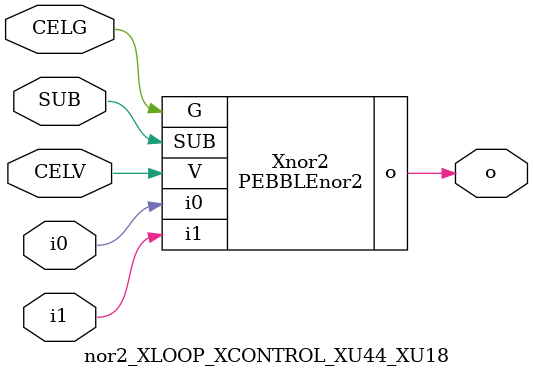
<source format=v>



module PEBBLEnor2 ( o, G, SUB, V, i0, i1 );

  input i0;
  input V;
  input i1;
  input G;
  output o;
  input SUB;
endmodule

//Celera Confidential Do Not Copy nor2_XLOOP_XCONTROL_XU44_XU18
//Celera Confidential Symbol Generator
//nor2
module nor2_XLOOP_XCONTROL_XU44_XU18 (CELV,CELG,i0,i1,o,SUB);
input CELV;
input CELG;
input i0;
input i1;
input SUB;
output o;

//Celera Confidential Do Not Copy nor2
PEBBLEnor2 Xnor2(
.V (CELV),
.i0 (i0),
.i1 (i1),
.o (o),
.SUB (SUB),
.G (CELG)
);
//,diesize,PEBBLEnor2

//Celera Confidential Do Not Copy Module End
//Celera Schematic Generator
endmodule

</source>
